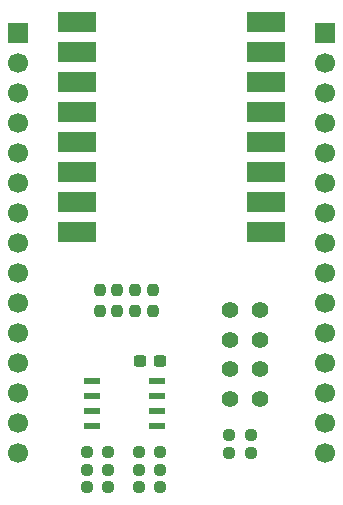
<source format=gbr>
%TF.GenerationSoftware,KiCad,Pcbnew,9.0.2*%
%TF.CreationDate,2025-06-04T19:43:54+07:00*%
%TF.ProjectId,Wheelspeed New,57686565-6c73-4706-9565-64204e65772e,rev?*%
%TF.SameCoordinates,Original*%
%TF.FileFunction,Soldermask,Top*%
%TF.FilePolarity,Negative*%
%FSLAX46Y46*%
G04 Gerber Fmt 4.6, Leading zero omitted, Abs format (unit mm)*
G04 Created by KiCad (PCBNEW 9.0.2) date 2025-06-04 19:43:54*
%MOMM*%
%LPD*%
G01*
G04 APERTURE LIST*
G04 Aperture macros list*
%AMRoundRect*
0 Rectangle with rounded corners*
0 $1 Rounding radius*
0 $2 $3 $4 $5 $6 $7 $8 $9 X,Y pos of 4 corners*
0 Add a 4 corners polygon primitive as box body*
4,1,4,$2,$3,$4,$5,$6,$7,$8,$9,$2,$3,0*
0 Add four circle primitives for the rounded corners*
1,1,$1+$1,$2,$3*
1,1,$1+$1,$4,$5*
1,1,$1+$1,$6,$7*
1,1,$1+$1,$8,$9*
0 Add four rect primitives between the rounded corners*
20,1,$1+$1,$2,$3,$4,$5,0*
20,1,$1+$1,$4,$5,$6,$7,0*
20,1,$1+$1,$6,$7,$8,$9,0*
20,1,$1+$1,$8,$9,$2,$3,0*%
G04 Aperture macros list end*
%ADD10RoundRect,0.102000X-1.512500X-0.762000X1.512500X-0.762000X1.512500X0.762000X-1.512500X0.762000X0*%
%ADD11R,1.700000X1.700000*%
%ADD12C,1.700000*%
%ADD13R,1.460500X0.533400*%
%ADD14RoundRect,0.237500X-0.237500X0.250000X-0.237500X-0.250000X0.237500X-0.250000X0.237500X0.250000X0*%
%ADD15RoundRect,0.237500X0.237500X-0.250000X0.237500X0.250000X-0.237500X0.250000X-0.237500X-0.250000X0*%
%ADD16RoundRect,0.237500X0.250000X0.237500X-0.250000X0.237500X-0.250000X-0.237500X0.250000X-0.237500X0*%
%ADD17RoundRect,0.237500X-0.250000X-0.237500X0.250000X-0.237500X0.250000X0.237500X-0.250000X0.237500X0*%
%ADD18RoundRect,0.237500X0.300000X0.237500X-0.300000X0.237500X-0.300000X-0.237500X0.300000X-0.237500X0*%
%ADD19C,1.400000*%
G04 APERTURE END LIST*
D10*
%TO.C,U1*%
X122985000Y-109640000D03*
X107015000Y-124880000D03*
X107015000Y-122340000D03*
X107015000Y-119800000D03*
X107015000Y-117260000D03*
X107015000Y-114720000D03*
X107015000Y-112180000D03*
X107015000Y-109640000D03*
X122985000Y-107100000D03*
X107015000Y-107100000D03*
X122985000Y-114720000D03*
X122985000Y-112180000D03*
X122985000Y-117260000D03*
X122985000Y-119800000D03*
X122985000Y-122340000D03*
X122985000Y-124880000D03*
%TD*%
D11*
%TO.C,J4*%
X128000000Y-108000000D03*
D12*
X128000000Y-110540000D03*
X128000000Y-113080000D03*
X128000000Y-115620000D03*
X128000000Y-118160000D03*
X128000000Y-120700000D03*
X128000000Y-123240000D03*
X128000000Y-125780000D03*
X128000000Y-128320000D03*
X128000000Y-130860000D03*
X128000000Y-133400000D03*
X128000000Y-135940000D03*
X128000000Y-138480000D03*
X128000000Y-141020000D03*
X128000000Y-143560000D03*
%TD*%
D13*
%TO.C,U2*%
X108275850Y-137495000D03*
X108275850Y-138765000D03*
X108275850Y-140035000D03*
X108275850Y-141305000D03*
X113724150Y-141305000D03*
X113724150Y-140035000D03*
X113724150Y-138765000D03*
X113724150Y-137495000D03*
%TD*%
D14*
%TO.C,R21*%
X108900000Y-129775000D03*
X108900000Y-131600000D03*
%TD*%
D15*
%TO.C,R24*%
X111900000Y-131600000D03*
X111900000Y-129775000D03*
%TD*%
D16*
%TO.C,R4*%
X114012500Y-143500000D03*
X112187500Y-143500000D03*
%TD*%
%TO.C,R10*%
X121700000Y-143600000D03*
X119875000Y-143600000D03*
%TD*%
%TO.C,R13*%
X109610000Y-146510000D03*
X107785000Y-146510000D03*
%TD*%
D17*
%TO.C,R2*%
X107785000Y-143500000D03*
X109610000Y-143500000D03*
%TD*%
D18*
%TO.C,C1*%
X114000000Y-135800000D03*
X112275000Y-135800000D03*
%TD*%
D16*
%TO.C,R1*%
X109612500Y-145000000D03*
X107787500Y-145000000D03*
%TD*%
%TO.C,R9*%
X121700000Y-142100000D03*
X119875000Y-142100000D03*
%TD*%
D17*
%TO.C,R3*%
X112187500Y-145000000D03*
X114012500Y-145000000D03*
%TD*%
D15*
%TO.C,R22*%
X110400000Y-131600000D03*
X110400000Y-129775000D03*
%TD*%
D14*
%TO.C,R23*%
X113400000Y-129775000D03*
X113400000Y-131600000D03*
%TD*%
D17*
%TO.C,R14*%
X112187500Y-146500000D03*
X114012500Y-146500000D03*
%TD*%
D11*
%TO.C,J3*%
X102000000Y-108000000D03*
D12*
X102000000Y-110540000D03*
X102000000Y-113080000D03*
X102000000Y-115620000D03*
X102000000Y-118160000D03*
X102000000Y-120700000D03*
X102000000Y-123240000D03*
X102000000Y-125780000D03*
X102000000Y-128320000D03*
X102000000Y-130860000D03*
X102000000Y-133400000D03*
X102000000Y-135940000D03*
X102000000Y-138480000D03*
X102000000Y-141020000D03*
X102000000Y-143560000D03*
%TD*%
D19*
%TO.C,FR1*%
X119960000Y-136500000D03*
X122500000Y-136500000D03*
%TD*%
%TO.C,RL1*%
X119960000Y-131500000D03*
X122500000Y-131500000D03*
%TD*%
%TO.C,RR1*%
X119960000Y-134000000D03*
X122500000Y-134000000D03*
%TD*%
%TO.C,FL1*%
X119960000Y-139000000D03*
X122500000Y-139000000D03*
%TD*%
M02*

</source>
